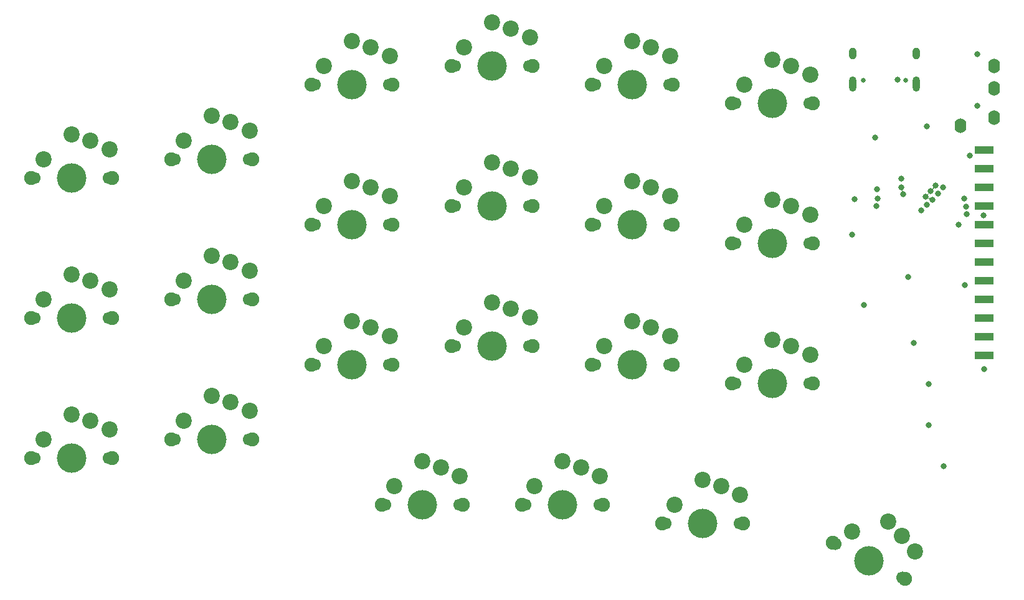
<source format=gbr>
%TF.GenerationSoftware,KiCad,Pcbnew,6.0.5-2.fc36*%
%TF.CreationDate,2022-06-13T17:40:04-05:00*%
%TF.ProjectId,left,6c656674-2e6b-4696-9361-645f70636258,rev?*%
%TF.SameCoordinates,Original*%
%TF.FileFunction,Soldermask,Bot*%
%TF.FilePolarity,Negative*%
%FSLAX46Y46*%
G04 Gerber Fmt 4.6, Leading zero omitted, Abs format (unit mm)*
G04 Created by KiCad (PCBNEW 6.0.5-2.fc36) date 2022-06-13 17:40:04*
%MOMM*%
%LPD*%
G01*
G04 APERTURE LIST*
%ADD10C,0.650000*%
%ADD11O,1.000000X1.600000*%
%ADD12O,1.000000X2.100000*%
%ADD13C,0.800000*%
%ADD14O,1.600000X2.000000*%
%ADD15C,4.000000*%
%ADD16C,1.700000*%
%ADD17C,1.900000*%
%ADD18C,2.200000*%
%ADD19R,2.500000X1.000000*%
G04 APERTURE END LIST*
D10*
%TO.C,J1*%
X227680000Y-53400000D03*
X221900000Y-53400000D03*
D11*
X229110000Y-49750000D03*
D12*
X229110000Y-53930000D03*
X220470000Y-53930000D03*
D11*
X220470000Y-49750000D03*
%TD*%
D13*
%TO.C,J2*%
X237363000Y-49860000D03*
X237363000Y-56860000D03*
D14*
X235063000Y-59560000D03*
X239663000Y-58460000D03*
X239663000Y-54460000D03*
X239663000Y-51460000D03*
%TD*%
D15*
%TO.C,SW3*%
X114300000Y-66675000D03*
D16*
X109220000Y-66675000D03*
X119380000Y-66675000D03*
D17*
X119800000Y-66675000D03*
X108800000Y-66675000D03*
D18*
X119400000Y-62775000D03*
X110490000Y-64135000D03*
X114300000Y-60775000D03*
X116840000Y-61595000D03*
%TD*%
D17*
%TO.C,SW24*%
X186475000Y-111125000D03*
D15*
X180975000Y-111125000D03*
D16*
X175895000Y-111125000D03*
D17*
X175475000Y-111125000D03*
D16*
X186055000Y-111125000D03*
D18*
X186075000Y-107225000D03*
X177165000Y-108585000D03*
X183515000Y-106045000D03*
X180975000Y-105225000D03*
%TD*%
D17*
%TO.C,SW34*%
X194525000Y-113665000D03*
D16*
X205105000Y-113665000D03*
X194945000Y-113665000D03*
D17*
X205525000Y-113665000D03*
D15*
X200025000Y-113665000D03*
D18*
X196215000Y-111125000D03*
X205125000Y-109765000D03*
X202565000Y-108585000D03*
X200025000Y-107765000D03*
%TD*%
D17*
%TO.C,SW33*%
X196000000Y-92075000D03*
X185000000Y-92075000D03*
D16*
X185420000Y-92075000D03*
D15*
X190500000Y-92075000D03*
D16*
X195580000Y-92075000D03*
D18*
X186690000Y-89535000D03*
X195600000Y-88175000D03*
X190500000Y-86175000D03*
X193040000Y-86995000D03*
%TD*%
D17*
%TO.C,SW32*%
X196000000Y-73025000D03*
X185000000Y-73025000D03*
D16*
X195580000Y-73025000D03*
X185420000Y-73025000D03*
D15*
X190500000Y-73025000D03*
D18*
X186690000Y-70485000D03*
X195600000Y-69125000D03*
X193040000Y-67945000D03*
X190500000Y-67125000D03*
%TD*%
D16*
%TO.C,SW31*%
X195580000Y-53975000D03*
X185420000Y-53975000D03*
D15*
X190500000Y-53975000D03*
D17*
X196000000Y-53975000D03*
X185000000Y-53975000D03*
D18*
X186690000Y-51435000D03*
X195600000Y-50075000D03*
X193040000Y-48895000D03*
X190500000Y-48075000D03*
%TD*%
D16*
%TO.C,SW23*%
X176530000Y-89535000D03*
D15*
X171450000Y-89535000D03*
D16*
X166370000Y-89535000D03*
D17*
X176950000Y-89535000D03*
X165950000Y-89535000D03*
D18*
X167640000Y-86995000D03*
X176550000Y-85635000D03*
X171450000Y-83635000D03*
X173990000Y-84455000D03*
%TD*%
D16*
%TO.C,SW22*%
X176530000Y-70485000D03*
D17*
X165950000Y-70485000D03*
X176950000Y-70485000D03*
D16*
X166370000Y-70485000D03*
D15*
X171450000Y-70485000D03*
D18*
X167640000Y-67945000D03*
X176550000Y-66585000D03*
X173990000Y-65405000D03*
X171450000Y-64585000D03*
%TD*%
D15*
%TO.C,SW21*%
X171450000Y-51435000D03*
D17*
X165950000Y-51435000D03*
D16*
X166370000Y-51435000D03*
X176530000Y-51435000D03*
D17*
X176950000Y-51435000D03*
D18*
X167640000Y-48895000D03*
X176550000Y-47535000D03*
X171450000Y-45535000D03*
X173990000Y-46355000D03*
%TD*%
D17*
%TO.C,SW19*%
X127850000Y-102235000D03*
X138850000Y-102235000D03*
D16*
X138430000Y-102235000D03*
D15*
X133350000Y-102235000D03*
D16*
X128270000Y-102235000D03*
D18*
X129540000Y-99695000D03*
X138450000Y-98335000D03*
X133350000Y-96335000D03*
X135890000Y-97155000D03*
%TD*%
D17*
%TO.C,SW18*%
X138850000Y-83185000D03*
D15*
X133350000Y-83185000D03*
D17*
X127850000Y-83185000D03*
D16*
X128270000Y-83185000D03*
X138430000Y-83185000D03*
D18*
X138450000Y-79285000D03*
X129540000Y-80645000D03*
X133350000Y-77285000D03*
X135890000Y-78105000D03*
%TD*%
D16*
%TO.C,SW17*%
X128270000Y-64135000D03*
D17*
X127850000Y-64135000D03*
D16*
X138430000Y-64135000D03*
D17*
X138850000Y-64135000D03*
D15*
X133350000Y-64135000D03*
D18*
X129540000Y-61595000D03*
X138450000Y-60235000D03*
X135890000Y-59055000D03*
X133350000Y-58235000D03*
%TD*%
D16*
%TO.C,SW14*%
X214630000Y-94615000D03*
D17*
X215050000Y-94615000D03*
D16*
X204470000Y-94615000D03*
D15*
X209550000Y-94615000D03*
D17*
X204050000Y-94615000D03*
D18*
X205740000Y-92075000D03*
X214650000Y-90715000D03*
X209550000Y-88715000D03*
X212090000Y-89535000D03*
%TD*%
D16*
%TO.C,SW12*%
X204470000Y-56515000D03*
D17*
X215050000Y-56515000D03*
D15*
X209550000Y-56515000D03*
D16*
X214630000Y-56515000D03*
D17*
X204050000Y-56515000D03*
D18*
X214650000Y-52615000D03*
X205740000Y-53975000D03*
X209550000Y-50615000D03*
X212090000Y-51435000D03*
%TD*%
D16*
%TO.C,SW10*%
X167005000Y-111125000D03*
X156845000Y-111125000D03*
D17*
X167425000Y-111125000D03*
X156425000Y-111125000D03*
D15*
X161925000Y-111125000D03*
D18*
X158115000Y-108585000D03*
X167025000Y-107225000D03*
X164465000Y-106045000D03*
X161925000Y-105225000D03*
%TD*%
D17*
%TO.C,SW9*%
X146900000Y-92075000D03*
D15*
X152400000Y-92075000D03*
D16*
X147320000Y-92075000D03*
X157480000Y-92075000D03*
D17*
X157900000Y-92075000D03*
D18*
X157500000Y-88175000D03*
X148590000Y-89535000D03*
X154940000Y-86995000D03*
X152400000Y-86175000D03*
%TD*%
D16*
%TO.C,SW8*%
X157480000Y-73025000D03*
D15*
X152400000Y-73025000D03*
D17*
X146900000Y-73025000D03*
D16*
X147320000Y-73025000D03*
D17*
X157900000Y-73025000D03*
D18*
X148590000Y-70485000D03*
X157500000Y-69125000D03*
X152400000Y-67125000D03*
X154940000Y-67945000D03*
%TD*%
D16*
%TO.C,SW13*%
X204470000Y-75565000D03*
D15*
X209550000Y-75565000D03*
D17*
X204050000Y-75565000D03*
X215050000Y-75565000D03*
D16*
X214630000Y-75565000D03*
D18*
X205740000Y-73025000D03*
X214650000Y-71665000D03*
X212090000Y-70485000D03*
X209550000Y-69665000D03*
%TD*%
D15*
%TO.C,SW7*%
X152400000Y-53975000D03*
D17*
X146900000Y-53975000D03*
D16*
X147320000Y-53975000D03*
X157480000Y-53975000D03*
D17*
X157900000Y-53975000D03*
D18*
X148590000Y-51435000D03*
X157500000Y-50075000D03*
X152400000Y-48075000D03*
X154940000Y-48895000D03*
%TD*%
D15*
%TO.C,SW5*%
X114300000Y-104775000D03*
D16*
X109220000Y-104775000D03*
D17*
X119800000Y-104775000D03*
X108800000Y-104775000D03*
D16*
X119380000Y-104775000D03*
D18*
X110490000Y-102235000D03*
X119400000Y-100875000D03*
X114300000Y-98875000D03*
X116840000Y-99695000D03*
%TD*%
D16*
%TO.C,SW4*%
X109220000Y-85725000D03*
D17*
X119800000Y-85725000D03*
D15*
X114300000Y-85725000D03*
D16*
X119380000Y-85725000D03*
D17*
X108800000Y-85725000D03*
D18*
X110490000Y-83185000D03*
X119400000Y-81825000D03*
X114300000Y-79825000D03*
X116840000Y-80645000D03*
%TD*%
D17*
%TO.C,SW15*%
X217708861Y-116290912D03*
X227553139Y-121199088D03*
D15*
X222631000Y-118745000D03*
D16*
X227177267Y-121011685D03*
X218084733Y-116478315D03*
D18*
X228935337Y-117530365D03*
X220354643Y-114771853D03*
X225263567Y-113464887D03*
X227170818Y-115332076D03*
%TD*%
D19*
%TO.C,J3*%
X238315000Y-90805000D03*
X238315000Y-88265000D03*
X238315000Y-85725000D03*
X238315000Y-83185000D03*
X238315000Y-80645000D03*
X238315000Y-78105000D03*
X238315000Y-75565000D03*
X238315000Y-73025000D03*
X238315000Y-70485000D03*
X238315000Y-67945000D03*
X238315000Y-65405000D03*
X238315000Y-62865000D03*
%TD*%
D13*
X220726000Y-69596000D03*
X220345000Y-74422000D03*
X227965000Y-80137000D03*
X238252000Y-71755000D03*
X221996000Y-83947000D03*
X236347000Y-63627000D03*
X235712000Y-81280000D03*
X223520000Y-61214000D03*
X230505000Y-59690000D03*
X226507489Y-53279489D03*
X238315000Y-92710000D03*
X234823000Y-73025000D03*
X235966000Y-71628000D03*
X235819000Y-70592000D03*
X235616000Y-69469000D03*
X228727000Y-89118927D03*
X230505000Y-70358000D03*
X230759000Y-94706927D03*
X231295661Y-69612394D03*
X230759000Y-100294927D03*
X232035892Y-68843108D03*
X232727096Y-67934685D03*
X232791000Y-105882927D03*
X231733288Y-67744851D03*
X231039426Y-68464974D03*
X227075996Y-66802000D03*
X227035097Y-67928177D03*
X227296223Y-68893494D03*
X223773988Y-68199000D03*
X230377996Y-69215000D03*
X229743000Y-71120000D03*
X223830091Y-69450510D03*
X223647000Y-70484902D03*
G36*
X230772859Y-69253830D02*
G01*
X230773583Y-69255645D01*
X230772487Y-69263966D01*
X230783205Y-69332691D01*
X230829179Y-69384490D01*
X230895861Y-69403211D01*
X230962195Y-69382873D01*
X230983054Y-69363453D01*
X230985003Y-69363005D01*
X230986366Y-69364469D01*
X230985831Y-69366331D01*
X230973693Y-69378469D01*
X230917163Y-69489414D01*
X230904032Y-69572323D01*
X230902774Y-69573877D01*
X230900798Y-69573564D01*
X230900074Y-69571749D01*
X230901170Y-69563428D01*
X230890452Y-69494703D01*
X230844478Y-69442904D01*
X230777796Y-69424183D01*
X230711462Y-69444521D01*
X230690603Y-69463941D01*
X230688654Y-69464389D01*
X230687291Y-69462925D01*
X230687826Y-69461063D01*
X230699964Y-69448925D01*
X230756494Y-69337980D01*
X230769625Y-69255071D01*
X230770883Y-69253517D01*
X230772859Y-69253830D01*
G37*
G36*
X230679645Y-68624687D02*
G01*
X230717458Y-68698899D01*
X230805501Y-68786942D01*
X230879712Y-68824755D01*
X230880801Y-68826432D01*
X230879893Y-68828214D01*
X230878039Y-68828385D01*
X230868995Y-68824638D01*
X230799832Y-68817203D01*
X230737902Y-68848203D01*
X230702561Y-68907765D01*
X230705038Y-68977106D01*
X230724177Y-69013173D01*
X230725058Y-69014321D01*
X230725319Y-69014774D01*
X230741407Y-69053614D01*
X230741146Y-69055597D01*
X230739298Y-69056362D01*
X230737777Y-69055287D01*
X230699964Y-68981075D01*
X230611921Y-68893032D01*
X230537710Y-68855219D01*
X230536621Y-68853542D01*
X230537529Y-68851760D01*
X230539383Y-68851589D01*
X230548427Y-68855336D01*
X230617590Y-68862771D01*
X230679520Y-68831771D01*
X230714861Y-68772209D01*
X230712384Y-68702868D01*
X230693245Y-68666801D01*
X230692364Y-68665653D01*
X230692103Y-68665200D01*
X230676015Y-68626360D01*
X230676276Y-68624377D01*
X230678124Y-68623612D01*
X230679645Y-68624687D01*
G37*
G36*
X227250010Y-68260955D02*
G01*
X227250918Y-68262737D01*
X227250139Y-68264219D01*
X227238700Y-68272996D01*
X227197683Y-68329170D01*
X227193566Y-68398305D01*
X227227479Y-68458692D01*
X227288892Y-68491282D01*
X227293342Y-68492031D01*
X227294884Y-68493304D01*
X227294552Y-68495277D01*
X227293323Y-68495978D01*
X227173243Y-68514996D01*
X227083310Y-68560819D01*
X227081313Y-68560714D01*
X227080405Y-68558932D01*
X227081185Y-68557450D01*
X227092619Y-68548677D01*
X227133637Y-68492502D01*
X227137756Y-68423367D01*
X227103843Y-68362980D01*
X227042430Y-68330389D01*
X227037978Y-68329640D01*
X227036436Y-68328367D01*
X227036768Y-68326395D01*
X227037997Y-68325693D01*
X227158077Y-68306675D01*
X227248013Y-68260850D01*
X227250010Y-68260955D01*
G37*
G36*
X231373504Y-67904559D02*
G01*
X231411320Y-67978776D01*
X231499363Y-68066819D01*
X231573583Y-68104636D01*
X231574672Y-68106313D01*
X231573764Y-68108095D01*
X231571910Y-68108266D01*
X231544770Y-68097024D01*
X231475607Y-68089589D01*
X231413677Y-68120589D01*
X231378337Y-68180152D01*
X231380818Y-68249630D01*
X231383811Y-68257654D01*
X231402840Y-68303593D01*
X231402579Y-68305576D01*
X231400731Y-68306341D01*
X231399210Y-68305266D01*
X231361394Y-68231049D01*
X231273351Y-68143006D01*
X231199131Y-68105189D01*
X231198042Y-68103512D01*
X231198950Y-68101730D01*
X231200804Y-68101559D01*
X231227944Y-68112801D01*
X231297107Y-68120236D01*
X231359037Y-68089236D01*
X231394377Y-68029673D01*
X231391896Y-67960195D01*
X231388903Y-67952171D01*
X231369874Y-67906232D01*
X231370135Y-67904249D01*
X231371983Y-67903484D01*
X231373504Y-67904559D01*
G37*
G36*
X232394489Y-67720097D02*
G01*
X232394423Y-67721770D01*
X232348598Y-67811705D01*
X232329121Y-67934685D01*
X232330706Y-67944695D01*
X232329990Y-67946562D01*
X232328014Y-67946875D01*
X232326902Y-67945817D01*
X232299788Y-67884528D01*
X232241974Y-67846393D01*
X232172720Y-67845569D01*
X232113908Y-67882384D01*
X232092245Y-67916991D01*
X232080611Y-67945078D01*
X232080350Y-67945531D01*
X232069330Y-67959892D01*
X232067482Y-67960657D01*
X232065895Y-67959439D01*
X232065961Y-67957766D01*
X232111786Y-67867831D01*
X232131263Y-67744851D01*
X232129678Y-67734841D01*
X232130394Y-67732974D01*
X232132370Y-67732661D01*
X232133482Y-67733719D01*
X232160596Y-67795008D01*
X232218410Y-67833143D01*
X232287664Y-67833967D01*
X232346476Y-67797152D01*
X232368139Y-67762545D01*
X232379773Y-67734458D01*
X232380034Y-67734005D01*
X232391054Y-67719644D01*
X232392902Y-67718879D01*
X232394489Y-67720097D01*
G37*
M02*

</source>
